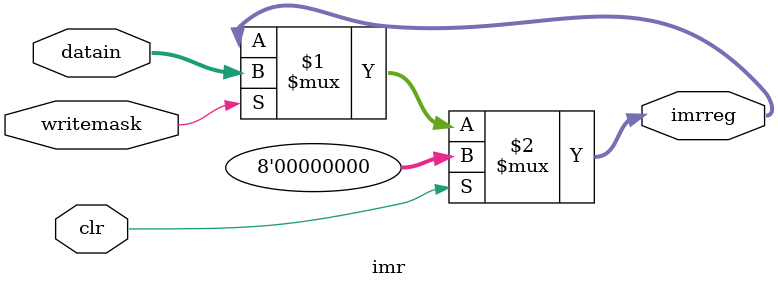
<source format=v>
module imr(clr,writemask,datain,imrreg);
input clr;
input writemask;
input [7:0]datain;
output [7:0]imrreg;

assign imrreg=clr?8'b0:(writemask?datain:imrreg);

endmodule

</source>
